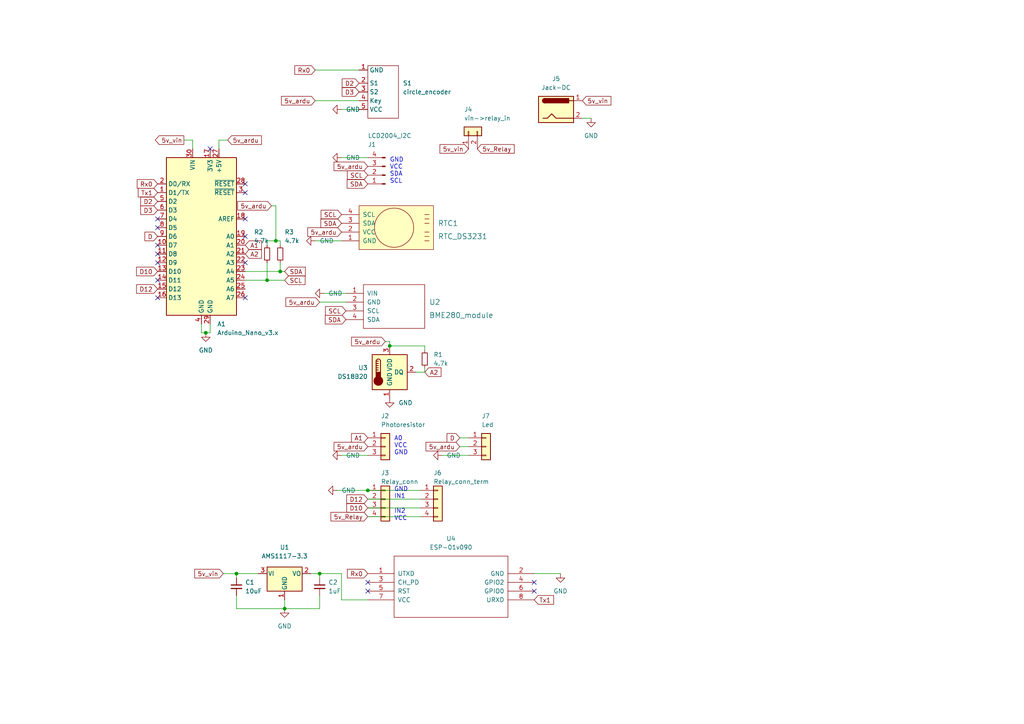
<source format=kicad_sch>
(kicad_sch (version 20211123) (generator eeschema)
  (paper "A4")
  (lib_symbols
    (symbol "Connector:Conn_01x04_Male" (pin_names (offset 1.016) hide)
      (property "Reference" "J" (at 0 5.08 0))
      (property "Value" "Conn_01x04_Male" (at 0 -7.62 0))
      (symbol "Conn_01x04_Male_1_1"
        (polyline (pts (xy 1.27 -5.08) (xy 0.8636 -5.08)) (stroke (width 0.1524)))
        (polyline (pts (xy 1.27 -2.54) (xy 0.8636 -2.54)) (stroke (width 0.1524)))
        (polyline (pts (xy 1.27 0) (xy 0.8636 0)) (stroke (width 0.1524)))
        (polyline (pts (xy 1.27 2.54) (xy 0.8636 2.54)) (stroke (width 0.1524)))
        (rectangle (start 0.8636 -4.953) (end 0 -5.207) (stroke (width 0.1524)) (fill (type outline)))
        (rectangle (start 0.8636 -2.413) (end 0 -2.667) (stroke (width 0.1524)) (fill (type outline)))
        (rectangle (start 0.8636 0.127) (end 0 -0.127) (stroke (width 0.1524)) (fill (type outline)))
        (rectangle (start 0.8636 2.667) (end 0 2.413) (stroke (width 0.1524)) (fill (type outline)))
        (pin passive line (at 5.08 2.54 180) (length 3.81) (name "Pin_1") (number "1"))
        (pin passive line (at 5.08 0 180) (length 3.81) (name "Pin_2") (number "2"))
        (pin passive line (at 5.08 -2.54 180) (length 3.81) (name "Pin_3") (number "3"))
        (pin passive line (at 5.08 -5.08 180) (length 3.81) (name "Pin_4") (number "4"))
      )
    )
    (symbol "Connector:Jack-DC" (pin_names (offset 1.016))
      (property "Reference" "J" (at 0 5.334 0))
      (property "Value" "Jack-DC" (at 0 -5.08 0))
      (symbol "Jack-DC_0_1"
        (rectangle (start -5.08 3.81) (end 5.08 -3.81) (stroke (width 0.254)) (fill (type background)))
        (arc (start -3.302 3.175) (mid -3.937 2.54) (end -3.302 1.905) (stroke (width 0.254)))
        (arc (start -3.302 3.175) (mid -3.937 2.54) (end -3.302 1.905) (stroke (width 0.254)) (fill (type outline)))
        (polyline (pts (xy 5.08 2.54) (xy 3.81 2.54)) (stroke (width 0.254)))
        (polyline (pts (xy -3.81 -2.54) (xy -2.54 -2.54) (xy -1.27 -1.27) (xy 0 -2.54) (xy 2.54 -2.54) (xy 5.08 -2.54)) (stroke (width 0.254)))
        (rectangle (start 3.683 3.175) (end -3.302 1.905) (stroke (width 0.254)) (fill (type outline)))
      )
      (symbol "Jack-DC_1_1"
        (pin passive line (at 7.62 2.54 180) (length 2.54) (name "~") (number "1"))
        (pin passive line (at 7.62 -2.54 180) (length 2.54) (name "~") (number "2"))
      )
    )
    (symbol "Connector_Generic:Conn_01x02" (pin_names (offset 1.016) hide)
      (property "Reference" "J" (at 0 2.54 0))
      (property "Value" "Conn_01x02" (at 0 -5.08 0))
      (symbol "Conn_01x02_1_1"
        (rectangle (start -1.27 -2.413) (end 0 -2.667) (stroke (width 0.1524)))
        (rectangle (start -1.27 0.127) (end 0 -0.127) (stroke (width 0.1524)))
        (rectangle (start -1.27 1.27) (end 1.27 -3.81) (stroke (width 0.254)) (fill (type background)))
        (pin passive line (at -5.08 0 0) (length 3.81) (name "Pin_1") (number "1"))
        (pin passive line (at -5.08 -2.54 0) (length 3.81) (name "Pin_2") (number "2"))
      )
    )
    (symbol "Connector_Generic:Conn_01x03" (pin_names (offset 1.016) hide)
      (property "Reference" "J" (at 0 5.08 0))
      (property "Value" "Conn_01x03" (at 0 -5.08 0))
      (symbol "Conn_01x03_1_1"
        (rectangle (start -1.27 -2.413) (end 0 -2.667) (stroke (width 0.1524)))
        (rectangle (start -1.27 0.127) (end 0 -0.127) (stroke (width 0.1524)))
        (rectangle (start -1.27 2.667) (end 0 2.413) (stroke (width 0.1524)))
        (rectangle (start -1.27 3.81) (end 1.27 -3.81) (stroke (width 0.254)) (fill (type background)))
        (pin passive line (at -5.08 2.54 0) (length 3.81) (name "Pin_1") (number "1"))
        (pin passive line (at -5.08 0 0) (length 3.81) (name "Pin_2") (number "2"))
        (pin passive line (at -5.08 -2.54 0) (length 3.81) (name "Pin_3") (number "3"))
      )
    )
    (symbol "Connector_Generic:Conn_01x04" (pin_names (offset 1.016) hide)
      (property "Reference" "J" (at 0 5.08 0))
      (property "Value" "Conn_01x04" (at 0 -7.62 0))
      (symbol "Conn_01x04_1_1"
        (rectangle (start -1.27 -4.953) (end 0 -5.207) (stroke (width 0.1524)))
        (rectangle (start -1.27 -2.413) (end 0 -2.667) (stroke (width 0.1524)))
        (rectangle (start -1.27 0.127) (end 0 -0.127) (stroke (width 0.1524)))
        (rectangle (start -1.27 2.667) (end 0 2.413) (stroke (width 0.1524)))
        (rectangle (start -1.27 3.81) (end 1.27 -6.35) (stroke (width 0.254)) (fill (type background)))
        (pin passive line (at -5.08 2.54 0) (length 3.81) (name "Pin_1") (number "1"))
        (pin passive line (at -5.08 0 0) (length 3.81) (name "Pin_2") (number "2"))
        (pin passive line (at -5.08 -2.54 0) (length 3.81) (name "Pin_3") (number "3"))
        (pin passive line (at -5.08 -5.08 0) (length 3.81) (name "Pin_4") (number "4"))
      )
    )
    (symbol "Device:C_Small" (pin_numbers hide) (pin_names (offset 0.254) hide)
      (property "Reference" "C" (at 0.254 1.778 0))
      (property "Value" "C_Small" (at 0.254 -2.032 0))
      (symbol "C_Small_0_1"
        (polyline (pts (xy -1.524 -0.508) (xy 1.524 -0.508)) (stroke (width 0.3302)))
        (polyline (pts (xy -1.524 0.508) (xy 1.524 0.508)) (stroke (width 0.3048)))
      )
      (symbol "C_Small_1_1"
        (pin passive line (at 0 2.54 270) (length 2.032) (name "~") (number "1"))
        (pin passive line (at 0 -2.54 90) (length 2.032) (name "~") (number "2"))
      )
    )
    (symbol "Device:R_Small" (pin_numbers hide) (pin_names (offset 0.254) hide)
      (property "Reference" "R" (at 0.762 0.508 0))
      (property "Value" "R_Small" (at 0.762 -1.016 0))
      (symbol "R_Small_0_1"
        (rectangle (start -0.762 1.778) (end 0.762 -1.778) (stroke (width 0.2032)))
      )
      (symbol "R_Small_1_1"
        (pin passive line (at 0 2.54 270) (length 0.762) (name "~") (number "1"))
        (pin passive line (at 0 -2.54 90) (length 0.762) (name "~") (number "2"))
      )
    )
    (symbol "ESP8266:ESP-01v090" (pin_names (offset 1.016))
      (property "Reference" "U" (at 0 -2.54 0))
      (property "Value" "ESP-01v090" (at 0 2.54 0))
      (symbol "ESP-01v090_1_0"
        (rectangle (start -16.51 -8.89) (end 16.51 8.89))
      )
      (symbol "ESP-01v090_1_1"
        (pin output line (at -24.13 3.81 0) (length 7.62) (name "UTXD") (number "1"))
        (pin power_in line (at 24.13 3.81 180) (length 7.62) (name "GND") (number "2"))
        (pin input line (at -24.13 1.27 0) (length 7.62) (name "CH_PD") (number "3"))
        (pin tri_state line (at 24.13 1.27 180) (length 7.62) (name "GPIO2") (number "4"))
        (pin input line (at -24.13 -1.27 0) (length 7.62) (name "RST") (number "5"))
        (pin tri_state line (at 24.13 -1.27 180) (length 7.62) (name "GPIO0") (number "6"))
        (pin power_in line (at -24.13 -3.81 0) (length 7.62) (name "VCC") (number "7"))
        (pin input line (at 24.13 -3.81 180) (length 7.62) (name "URXD") (number "8"))
      )
    )
    (symbol "MCU_Module:Arduino_Nano_v3.x"
      (property "Reference" "A" (at -10.16 23.495 0))
      (property "Value" "Arduino_Nano_v3.x" (at 5.08 -24.13 0))
      (symbol "Arduino_Nano_v3.x_0_1"
        (rectangle (start -10.16 22.86) (end 10.16 -22.86) (stroke (width 0.254)) (fill (type background)))
      )
      (symbol "Arduino_Nano_v3.x_1_1"
        (pin bidirectional line (at -12.7 12.7 0) (length 2.54) (name "D1/TX") (number "1"))
        (pin bidirectional line (at -12.7 -2.54 0) (length 2.54) (name "D7") (number "10"))
        (pin bidirectional line (at -12.7 -5.08 0) (length 2.54) (name "D8") (number "11"))
        (pin bidirectional line (at -12.7 -7.62 0) (length 2.54) (name "D9") (number "12"))
        (pin bidirectional line (at -12.7 -10.16 0) (length 2.54) (name "D10") (number "13"))
        (pin bidirectional line (at -12.7 -12.7 0) (length 2.54) (name "D11") (number "14"))
        (pin bidirectional line (at -12.7 -15.24 0) (length 2.54) (name "D12") (number "15"))
        (pin bidirectional line (at -12.7 -17.78 0) (length 2.54) (name "D13") (number "16"))
        (pin power_out line (at 2.54 25.4 270) (length 2.54) (name "3V3") (number "17"))
        (pin input line (at 12.7 5.08 180) (length 2.54) (name "AREF") (number "18"))
        (pin bidirectional line (at 12.7 0 180) (length 2.54) (name "A0") (number "19"))
        (pin bidirectional line (at -12.7 15.24 0) (length 2.54) (name "D0/RX") (number "2"))
        (pin bidirectional line (at 12.7 -2.54 180) (length 2.54) (name "A1") (number "20"))
        (pin bidirectional line (at 12.7 -5.08 180) (length 2.54) (name "A2") (number "21"))
        (pin bidirectional line (at 12.7 -7.62 180) (length 2.54) (name "A3") (number "22"))
        (pin bidirectional line (at 12.7 -10.16 180) (length 2.54) (name "A4") (number "23"))
        (pin bidirectional line (at 12.7 -12.7 180) (length 2.54) (name "A5") (number "24"))
        (pin bidirectional line (at 12.7 -15.24 180) (length 2.54) (name "A6") (number "25"))
        (pin bidirectional line (at 12.7 -17.78 180) (length 2.54) (name "A7") (number "26"))
        (pin power_out line (at 5.08 25.4 270) (length 2.54) (name "+5V") (number "27"))
        (pin input line (at 12.7 15.24 180) (length 2.54) (name "~{RESET}") (number "28"))
        (pin power_in line (at 2.54 -25.4 90) (length 2.54) (name "GND") (number "29"))
        (pin input line (at 12.7 12.7 180) (length 2.54) (name "~{RESET}") (number "3"))
        (pin power_in line (at -2.54 25.4 270) (length 2.54) (name "VIN") (number "30"))
        (pin power_in line (at 0 -25.4 90) (length 2.54) (name "GND") (number "4"))
        (pin bidirectional line (at -12.7 10.16 0) (length 2.54) (name "D2") (number "5"))
        (pin bidirectional line (at -12.7 7.62 0) (length 2.54) (name "D3") (number "6"))
        (pin bidirectional line (at -12.7 5.08 0) (length 2.54) (name "D4") (number "7"))
        (pin bidirectional line (at -12.7 2.54 0) (length 2.54) (name "D5") (number "8"))
        (pin bidirectional line (at -12.7 0 0) (length 2.54) (name "D6") (number "9"))
      )
    )
    (symbol "Regulator_Linear:AMS1117-3.3" (pin_names (offset 0.254))
      (property "Reference" "U" (at -3.81 3.175 0))
      (property "Value" "AMS1117-3.3" (at 0 3.175 0))
      (symbol "AMS1117-3.3_0_1"
        (rectangle (start -5.08 -5.08) (end 5.08 1.905) (stroke (width 0.254)) (fill (type background)))
      )
      (symbol "AMS1117-3.3_1_1"
        (pin power_in line (at 0 -7.62 90) (length 2.54) (name "GND") (number "1"))
        (pin power_out line (at 7.62 0 180) (length 2.54) (name "VO") (number "2"))
        (pin power_in line (at -7.62 0 0) (length 2.54) (name "VI") (number "3"))
      )
    )
    (symbol "Sensor_Temperature:DS18B20" (pin_names (offset 1.016))
      (property "Reference" "U" (at -3.81 6.35 0))
      (property "Value" "DS18B20" (at 6.35 6.35 0))
      (symbol "DS18B20_0_1"
        (rectangle (start -5.08 5.08) (end 5.08 -5.08) (stroke (width 0.254)) (fill (type background)))
        (circle (center -3.302 -2.54) (radius 1.27) (stroke (width 0.254)) (fill (type outline)))
        (rectangle (start -2.667 -1.905) (end -3.937 0) (stroke (width 0.254)) (fill (type outline)))
        (arc (start -2.667 3.175) (mid -3.302 3.81) (end -3.937 3.175) (stroke (width 0.254)))
        (polyline (pts (xy -3.937 0.635) (xy -3.302 0.635)) (stroke (width 0.254)))
        (polyline (pts (xy -3.937 1.27) (xy -3.302 1.27)) (stroke (width 0.254)))
        (polyline (pts (xy -3.937 1.905) (xy -3.302 1.905)) (stroke (width 0.254)))
        (polyline (pts (xy -3.937 2.54) (xy -3.302 2.54)) (stroke (width 0.254)))
        (polyline (pts (xy -3.937 3.175) (xy -3.937 0)) (stroke (width 0.254)))
        (polyline (pts (xy -3.937 3.175) (xy -3.302 3.175)) (stroke (width 0.254)))
        (polyline (pts (xy -2.667 3.175) (xy -2.667 0)) (stroke (width 0.254)))
      )
      (symbol "DS18B20_1_1"
        (pin power_in line (at 0 -7.62 90) (length 2.54) (name "GND") (number "1"))
        (pin bidirectional line (at 7.62 0 180) (length 2.54) (name "DQ") (number "2"))
        (pin power_in line (at 0 7.62 270) (length 2.54) (name "VDD") (number "3"))
      )
    )
    (symbol "circle_encoder_from_ali:circle_encoder"
      (property "Reference" "S1" (at 6.35 -2.5399 0))
      (property "Value" "circle_encoder" (at 6.35 -5.0799 0))
      (symbol "circle_encoder_0_1"
        (rectangle (start -3.81 2.54) (end 5.08 -12.7))
      )
      (symbol "circle_encoder_1_1"
        (pin input line (at -6.35 1.27 0) (length 2.54) (name "GND") (number "1"))
        (pin input line (at -6.35 -2.54 0) (length 2.54) (name "S1") (number "2"))
        (pin input line (at -6.35 -5.08 0) (length 2.54) (name "S2") (number "3"))
        (pin input line (at -6.35 -7.62 0) (length 2.54) (name "Key") (number "4"))
        (pin input line (at -6.35 -10.16 0) (length 2.54) (name "VCC") (number "5"))
      )
    )
    (symbol "megasaturnv_custom_components:BME280_module" (pin_names (offset 1.016))
      (property "Reference" "U" (at 0 -10.16 0))
      (property "Value" "BME280_module" (at 0 7.62 0))
      (symbol "BME280_module_0_1"
        (rectangle (start -7.62 5.08) (end 10.16 -7.62))
      )
      (symbol "BME280_module_1_1"
        (pin power_in line (at -12.7 2.54 0) (length 5.08) (name "VIN") (number "1"))
        (pin power_out line (at -12.7 0 0) (length 5.08) (name "GND") (number "2"))
        (pin input line (at -12.7 -2.54 0) (length 5.08) (name "SCL") (number "3"))
        (pin input line (at -12.7 -5.08 0) (length 5.08) (name "SDA") (number "4"))
      )
    )
    (symbol "megasaturnv_custom_components:RTC_DS3231" (pin_names (offset 1.016))
      (property "Reference" "RTC" (at 0 -6.35 0))
      (property "Value" "RTC_DS3231" (at 0 8.89 0))
      (symbol "RTC_DS3231_0_1"
        (rectangle (start -11.43 7.62) (end 10.16 -5.08) (fill (type background)))
        (polyline (pts (xy -10.16 -2.54) (xy -8.89 -2.54)))
        (polyline (pts (xy -10.16 -1.27) (xy -8.89 -1.27)))
        (polyline (pts (xy -10.16 0) (xy -8.89 0)))
        (polyline (pts (xy -10.16 2.54) (xy -8.89 2.54)))
        (polyline (pts (xy -10.16 3.81) (xy -8.89 3.81)))
        (polyline (pts (xy -10.16 5.08) (xy -8.89 5.08)))
        (circle (center 0 1.27) (radius 5.6896))
      )
      (symbol "RTC_DS3231_1_1"
        (pin power_in line (at 15.24 5.08 180) (length 5.08) (name "GND") (number "1"))
        (pin power_in line (at 15.24 2.54 180) (length 5.08) (name "VCC") (number "2"))
        (pin bidirectional line (at 15.24 0 180) (length 5.08) (name "SDA") (number "3"))
        (pin input line (at 15.24 -2.54 180) (length 5.08) (name "SCL") (number "4"))
      )
    )
    (symbol "power:GND" (power) (pin_names (offset 0))
      (property "Value" "GND" (at 0 -3.81 0))
      (symbol "GND_0_1"
        (polyline (pts (xy 0 0) (xy 0 -1.27) (xy 1.27 -1.27) (xy 0 -2.54) (xy -1.27 -1.27) (xy 0 -1.27)))
      )
      (symbol "GND_1_1"
        (pin power_in line (at 0 0 270) (length 0) hide (name "GND") (number "1"))
      )
    )
  )
  (junction (at 80.01 69.85))
  (junction (at 81.28 78.74))
  (junction (at 77.47 81.28))
  (junction (at 113.03 100.33))
  (junction (at 59.69 96.52))
  (junction (at 68.58 166.37))
  (junction (at 106.68 142.24))
  (junction (at 82.55 176.53))
  (junction (at 92.71 166.37))
  (no_connect (at 154.94 168.91))
  (no_connect (at 154.94 171.45))
  (no_connect (at 106.68 168.91))
  (no_connect (at 106.68 171.45))
  (no_connect (at 60.96 43.18))
  (no_connect (at 71.12 53.34))
  (no_connect (at 71.12 55.88))
  (no_connect (at 71.12 63.5))
  (no_connect (at 71.12 68.58))
  (no_connect (at 71.12 76.2))
  (no_connect (at 71.12 86.36))
  (no_connect (at 45.72 86.36))
  (no_connect (at 45.72 66.04))
  (no_connect (at 45.72 63.5))
  (no_connect (at 45.72 81.28))
  (no_connect (at 45.72 76.2))
  (no_connect (at 45.72 73.66))
  (no_connect (at 45.72 71.12))
  (wire (pts (xy 80.01 69.85) (xy 81.28 69.85)))
  (wire (pts (xy 81.28 78.74) (xy 71.12 78.74)))
  (wire (pts (xy 91.44 29.21) (xy 104.14 29.21)))
  (wire (pts (xy 92.71 87.63) (xy 100.33 87.63)))
  (wire (pts (xy 64.77 166.37) (xy 68.58 166.37)))
  (wire (pts (xy 123.19 106.68) (xy 123.19 107.95)))
  (wire (pts (xy 99.06 173.99) (xy 99.06 166.37)))
  (wire (pts (xy 99.06 31.75) (xy 104.14 31.75)))
  (wire (pts (xy 82.55 78.74) (xy 81.28 78.74)))
  (wire (pts (xy 82.55 176.53) (xy 92.71 176.53)))
  (wire (pts (xy 66.04 40.64) (xy 63.5 40.64)))
  (wire (pts (xy 106.68 149.86) (xy 121.92 149.86)))
  (wire (pts (xy 59.69 96.52) (xy 58.42 96.52)))
  (wire (pts (xy 68.58 176.53) (xy 82.55 176.53)))
  (wire (pts (xy 113.03 99.06) (xy 113.03 100.33)))
  (wire (pts (xy 77.47 71.12) (xy 77.47 69.85)))
  (wire (pts (xy 77.47 69.85) (xy 80.01 69.85)))
  (wire (pts (xy 55.88 40.64) (xy 55.88 43.18)))
  (wire (pts (xy 74.93 166.37) (xy 68.58 166.37)))
  (wire (pts (xy 63.5 40.64) (xy 63.5 43.18)))
  (wire (pts (xy 81.28 76.2) (xy 81.28 78.74)))
  (wire (pts (xy 123.19 107.95) (xy 120.65 107.95)))
  (wire (pts (xy 111.76 99.06) (xy 113.03 99.06)))
  (wire (pts (xy 81.28 69.85) (xy 81.28 71.12)))
  (wire (pts (xy 97.79 142.24) (xy 106.68 142.24)))
  (wire (pts (xy 77.47 76.2) (xy 77.47 81.28)))
  (wire (pts (xy 106.68 142.24) (xy 121.92 142.24)))
  (wire (pts (xy 91.44 69.85) (xy 99.06 69.85)))
  (wire (pts (xy 99.06 132.08) (xy 106.68 132.08)))
  (wire (pts (xy 60.96 96.52) (xy 59.69 96.52)))
  (wire (pts (xy 92.71 166.37) (xy 90.17 166.37)))
  (wire (pts (xy 133.35 127) (xy 135.89 127)))
  (wire (pts (xy 91.44 20.32) (xy 104.14 20.32)))
  (wire (pts (xy 133.35 129.54) (xy 135.89 129.54)))
  (wire (pts (xy 106.68 144.78) (xy 121.92 144.78)))
  (wire (pts (xy 106.68 147.32) (xy 121.92 147.32)))
  (wire (pts (xy 78.74 59.69) (xy 80.01 59.69)))
  (wire (pts (xy 68.58 166.37) (xy 68.58 167.64)))
  (wire (pts (xy 99.06 166.37) (xy 92.71 166.37)))
  (wire (pts (xy 82.55 81.28) (xy 77.47 81.28)))
  (wire (pts (xy 113.03 100.33) (xy 123.19 100.33)))
  (wire (pts (xy 68.58 172.72) (xy 68.58 176.53)))
  (wire (pts (xy 80.01 59.69) (xy 80.01 69.85)))
  (wire (pts (xy 168.91 34.29) (xy 171.45 34.29)))
  (wire (pts (xy 82.55 176.53) (xy 82.55 173.99)))
  (wire (pts (xy 123.19 100.33) (xy 123.19 101.6)))
  (wire (pts (xy 58.42 93.98) (xy 58.42 96.52)))
  (wire (pts (xy 92.71 172.72) (xy 92.71 176.53)))
  (wire (pts (xy 128.27 132.08) (xy 135.89 132.08)))
  (wire (pts (xy 99.06 45.72) (xy 106.68 45.72)))
  (wire (pts (xy 53.34 40.64) (xy 55.88 40.64)))
  (wire (pts (xy 77.47 81.28) (xy 71.12 81.28)))
  (wire (pts (xy 106.68 173.99) (xy 99.06 173.99)))
  (wire (pts (xy 93.98 85.09) (xy 100.33 85.09)))
  (wire (pts (xy 60.96 93.98) (xy 60.96 96.52)))
  (wire (pts (xy 154.94 166.37) (xy 162.56 166.37)))
  (wire (pts (xy 92.71 167.64) (xy 92.71 166.37)))
  (text "GND\nIN1" (at 114.3 144.78 0) (effects (font (size 1.27 1.27)) (justify left bottom)))
  (text "IN2\nVCC" (at 114.3 151.13 0) (effects (font (size 1.27 1.27)) (justify left bottom)))
  (text "A0\nVCC\nGND\n" (at 114.3 132.08 0) (effects (font (size 1.27 1.27)) (justify left bottom)))
  (text "GND\nVCC\nSDA\nSCL" (at 113.03 53.34 0) (effects (font (size 1.27 1.27)) (justify left bottom)))
  (global_label "Rx0" (shape input) (at 45.72 53.34 180) (property "Intersheet References" "${INTERSHEET_REFS}" (effects hide)))
  (global_label "5v_ardu" (shape input) (at 106.68 48.26 180) (property "Intersheet References" "${INTERSHEET_REFS}" (effects hide)))
  (global_label "D" (shape input) (at 45.72 68.58 180) (property "Intersheet References" "${INTERSHEET_REFS}" (effects hide)))
  (global_label "5v_ardu" (shape input) (at 66.04 40.64 0) (property "Intersheet References" "${INTERSHEET_REFS}" (effects hide)))
  (global_label "D2" (shape input) (at 104.14 24.13 180) (property "Intersheet References" "${INTERSHEET_REFS}" (effects hide)))
  (global_label "SDA" (shape input) (at 106.68 53.34 180) (property "Intersheet References" "${INTERSHEET_REFS}" (effects hide)))
  (global_label "D3" (shape input) (at 104.14 26.67 180) (property "Intersheet References" "${INTERSHEET_REFS}" (effects hide)))
  (global_label "SCL" (shape input) (at 99.06 62.23 180) (property "Intersheet References" "${INTERSHEET_REFS}" (effects hide)))
  (global_label "A1" (shape input) (at 71.12 71.12 0) (property "Intersheet References" "${INTERSHEET_REFS}" (effects hide)))
  (global_label "D2" (shape input) (at 45.72 58.42 180) (property "Intersheet References" "${INTERSHEET_REFS}" (effects hide)))
  (global_label "5v_ardu" (shape input) (at 111.76 99.06 180) (property "Intersheet References" "${INTERSHEET_REFS}" (effects hide)))
  (global_label "SCL" (shape input) (at 82.55 81.28 0) (property "Intersheet References" "${INTERSHEET_REFS}" (effects hide)))
  (global_label "A2" (shape input) (at 123.19 107.95 0) (property "Intersheet References" "${INTERSHEET_REFS}" (effects hide)))
  (global_label "D10" (shape input) (at 106.68 147.32 180) (property "Intersheet References" "${INTERSHEET_REFS}" (effects hide)))
  (global_label "A1" (shape input) (at 106.68 127 180) (property "Intersheet References" "${INTERSHEET_REFS}" (effects hide)))
  (global_label "SDA" (shape input) (at 82.55 78.74 0) (property "Intersheet References" "${INTERSHEET_REFS}" (effects hide)))
  (global_label "5v_ardu" (shape input) (at 99.06 67.31 180) (property "Intersheet References" "${INTERSHEET_REFS}" (effects hide)))
  (global_label "SCL" (shape input) (at 100.33 90.17 180) (property "Intersheet References" "${INTERSHEET_REFS}" (effects hide)))
  (global_label "D12" (shape input) (at 106.68 144.78 180) (property "Intersheet References" "${INTERSHEET_REFS}" (effects hide)))
  (global_label "5v_vin" (shape input) (at 135.89 43.18 180) (property "Intersheet References" "${INTERSHEET_REFS}" (effects hide)))
  (global_label "5v_ardu" (shape input) (at 133.35 129.54 180) (property "Intersheet References" "${INTERSHEET_REFS}" (effects hide)))
  (global_label "SDA" (shape input) (at 100.33 92.71 180) (property "Intersheet References" "${INTERSHEET_REFS}" (effects hide)))
  (global_label "SDA" (shape input) (at 99.06 64.77 180) (property "Intersheet References" "${INTERSHEET_REFS}" (effects hide)))
  (global_label "5v_Relay" (shape input) (at 106.68 149.86 180) (property "Intersheet References" "${INTERSHEET_REFS}" (effects hide)))
  (global_label "D12" (shape input) (at 45.72 83.82 180) (property "Intersheet References" "${INTERSHEET_REFS}" (effects hide)))
  (global_label "Rx0" (shape input) (at 91.44 20.32 180) (property "Intersheet References" "${INTERSHEET_REFS}" (effects hide)))
  (global_label "5v_ardu" (shape input) (at 92.71 87.63 180) (property "Intersheet References" "${INTERSHEET_REFS}" (effects hide)))
  (global_label "5v_vin" (shape input) (at 64.77 166.37 180) (property "Intersheet References" "${INTERSHEET_REFS}" (effects hide)))
  (global_label "D10" (shape input) (at 45.72 78.74 180) (property "Intersheet References" "${INTERSHEET_REFS}" (effects hide)))
  (global_label "5v_Relay" (shape input) (at 138.43 43.18 0) (property "Intersheet References" "${INTERSHEET_REFS}" (effects hide)))
  (global_label "SCL" (shape input) (at 106.68 50.8 180) (property "Intersheet References" "${INTERSHEET_REFS}" (effects hide)))
  (global_label "D" (shape input) (at 133.35 127 180) (property "Intersheet References" "${INTERSHEET_REFS}" (effects hide)))
  (global_label "5v_vin" (shape input) (at 168.91 29.21 0) (property "Intersheet References" "${INTERSHEET_REFS}" (effects hide)))
  (global_label "Tx1" (shape input) (at 154.94 173.99 0) (property "Intersheet References" "${INTERSHEET_REFS}" (effects hide)))
  (global_label "Tx1" (shape input) (at 45.72 55.88 180) (property "Intersheet References" "${INTERSHEET_REFS}" (effects hide)))
  (global_label "5v_vin" (shape output) (at 53.34 40.64 180) (property "Intersheet References" "${INTERSHEET_REFS}" (effects hide)))
  (global_label "D3" (shape input) (at 45.72 60.96 180) (property "Intersheet References" "${INTERSHEET_REFS}" (effects hide)))
  (global_label "A2" (shape input) (at 71.12 73.66 0) (property "Intersheet References" "${INTERSHEET_REFS}" (effects hide)))
  (global_label "Rx0" (shape input) (at 106.68 166.37 180) (property "Intersheet References" "${INTERSHEET_REFS}" (effects hide)))
  (global_label "5v_ardu" (shape input) (at 106.68 129.54 180) (property "Intersheet References" "${INTERSHEET_REFS}" (effects hide)))
  (global_label "5v_ardu" (shape input) (at 78.74 59.69 180) (property "Intersheet References" "${INTERSHEET_REFS}" (effects hide)))
  (global_label "5v_ardu" (shape input) (at 91.44 29.21 180) (property "Intersheet References" "${INTERSHEET_REFS}" (effects hide)))
  (symbol (lib_id "Device:R_Small") (at 123.19 104.14 0) (unit 1)
    (property "Reference" "R1" (at 125.73 102.8699 0) (effects (justify left)))
    (property "Value" "4.7k" (at 125.73 105.4099 0) (effects (justify left)))
    (property "Footprint" "Resistor_SMD:R_0805_2012Metric_Pad1.20x1.40mm_HandSolder" (effects hide))
  )
  (symbol (lib_id "ESP8266:ESP-01v090") (at 130.81 170.18 0) (unit 1)
    (property "Reference" "U4" (at 130.81 156.21 0))
    (property "Value" "ESP-01v090" (at 130.81 158.75 0))
    (property "Footprint" "ESP8266:ESP-01" (effects hide))
    (property "Datasheet" "http://l0l.org.uk/2014/12/esp8266-modules-hardware-guide-gotta-catch-em-all/" (effects hide))
  )
  (symbol (lib_id "megasaturnv_custom_components:RTC_DS3231") (at 114.3 64.77 180) (unit 1)
    (property "Reference" "RTC1" (at 127 64.77 0) (effects (font (size 1.524 1.524)) (justify right)))
    (property "Value" "RTC_DS3231" (at 127 68.58 0) (effects (font (size 1.524 1.524)) (justify right)))
    (property "Footprint" "megasaturnv_custom_components:RTC_DS3231" (effects hide))
  )
  (symbol (lib_id "power:GND") (at 99.06 31.75 270) (unit 1)
    (property "Reference" "#PWR?" (effects hide))
    (property "Value" "GND" (at 100.33 31.7499 90) (effects (justify left)))
  )
  (symbol (lib_id "Regulator_Linear:AMS1117-3.3") (at 82.55 166.37 0) (unit 1)
    (property "Reference" "U1" (at 82.55 158.75 0))
    (property "Value" "AMS1117-3.3" (at 82.55 161.29 0))
    (property "Footprint" "Package_TO_SOT_SMD:SOT-223-3_TabPin2" (effects hide))
    (property "Datasheet" "http://www.advanced-monolithic.com/pdf/ds1117.pdf" (effects hide))
  )
  (symbol (lib_id "power:GND") (at 171.45 34.29 0) (unit 1)
    (property "Reference" "#PWR011" (effects hide))
    (property "Value" "GND" (at 171.45 39.37 0))
  )
  (symbol (lib_id "power:GND") (at 128.27 132.08 270) (unit 1)
    (property "Reference" "#PWR0101" (effects hide))
    (property "Value" "GND" (at 129.54 132.0799 90) (effects (justify left)))
  )
  (symbol (lib_id "power:GND") (at 99.06 132.08 270) (unit 1)
    (property "Reference" "#PWR08" (effects hide))
    (property "Value" "GND" (at 100.33 132.0799 90) (effects (justify left)))
  )
  (symbol (lib_id "Connector_Generic:Conn_01x04") (at 111.76 144.78 0) (unit 1)
    (property "Reference" "J3" (at 110.49 137.16 0) (effects (justify left)))
    (property "Value" "Relay_conn" (at 110.49 139.7 0) (effects (justify left)))
    (property "Footprint" "Connector_PinHeader_2.54mm:PinHeader_1x04_P2.54mm_Vertical" (effects hide))
  )
  (symbol (lib_id "Sensor_Temperature:DS18B20") (at 113.03 107.95 0) (unit 1)
    (property "Reference" "U3" (at 106.68 106.6799 0) (effects (justify right)))
    (property "Value" "DS18B20" (at 106.68 109.2199 0) (effects (justify right)))
    (property "Footprint" "TerminalBlock_Philmore:TerminalBlock_Philmore_TB133_1x03_P5.00mm_Horizontal" (effects hide))
    (property "Datasheet" "http://datasheets.maximintegrated.com/en/ds/DS18B20.pdf" (effects hide))
  )
  (symbol (lib_id "power:GND") (at 59.69 96.52 0) (unit 1)
    (property "Reference" "#PWR01" (effects hide))
    (property "Value" "GND" (at 59.69 101.6 0))
  )
  (symbol (lib_id "power:GND") (at 82.55 176.53 0) (unit 1)
    (property "Reference" "#PWR02" (effects hide))
    (property "Value" "GND" (at 82.55 181.61 0))
  )
  (symbol (lib_id "Connector:Jack-DC") (at 161.29 31.75 0) (unit 1)
    (property "Reference" "J5" (at 161.29 22.86 0))
    (property "Value" "Jack-DC" (at 161.29 25.4 0))
    (property "Footprint" "Connector_BarrelJack:BarrelJack_Horizontal" (effects hide))
  )
  (symbol (lib_id "Device:C_Small") (at 92.71 170.18 0) (unit 1)
    (property "Reference" "C2" (at 95.25 168.9162 0) (effects (justify left)))
    (property "Value" "1uF" (at 95.25 171.4562 0) (effects (justify left)))
    (property "Footprint" "Capacitor_SMD:C_0603_1608Metric_Pad1.08x0.95mm_HandSolder" (effects hide))
  )
  (symbol (lib_id "Connector:Conn_01x04_Male") (at 111.76 50.8 180) (unit 1)
    (property "Reference" "J1" (at 106.68 41.91 0) (effects (justify right)))
    (property "Value" "LCD2004_I2C" (at 106.68 39.37 0) (effects (justify right)))
    (property "Footprint" "Connector_PinHeader_2.54mm:PinHeader_2x02_P2.54mm_Vertical" (effects hide))
  )
  (symbol (lib_id "Device:R_Small") (at 81.28 73.66 0) (unit 1)
    (property "Reference" "R3" (at 82.55 67.31 0) (effects (justify left)))
    (property "Value" "4.7k" (at 82.55 69.85 0) (effects (justify left)))
    (property "Footprint" "Resistor_SMD:R_0805_2012Metric_Pad1.20x1.40mm_HandSolder" (effects hide))
  )
  (symbol (lib_id "power:GND") (at 113.03 115.57 0) (unit 1)
    (property "Reference" "#PWR09" (effects hide))
    (property "Value" "GND" (at 115.57 116.8399 0) (effects (justify left)))
  )
  (symbol (lib_id "circle_encoder_from_ali:circle_encoder") (at 110.49 21.59 0) (unit 1)
    (property "Reference" "S1" (at 116.84 24.1299 0) (effects (justify left)))
    (property "Value" "circle_encoder" (at 116.84 26.6699 0) (effects (justify left)))
    (property "Footprint" "Connector_PinSocket_2.54mm:PinSocket_1x05_P2.54mm_Vertical" (effects hide))
  )
  (symbol (lib_id "power:GND") (at 99.06 45.72 270) (unit 1)
    (property "Reference" "#PWR07" (effects hide))
    (property "Value" "GND" (at 100.33 45.7199 90) (effects (justify left)))
  )
  (symbol (lib_id "Connector_Generic:Conn_01x02") (at 135.89 38.1 90) (unit 1)
    (property "Reference" "J4" (at 134.62 31.75 90) (effects (justify right)))
    (property "Value" "vin->relay_in" (at 134.62 34.29 90) (effects (justify right)))
    (property "Footprint" "Connector_PinHeader_2.54mm:PinHeader_1x02_P2.54mm_Vertical" (effects hide))
  )
  (symbol (lib_id "Connector_Generic:Conn_01x03") (at 111.76 129.54 0) (unit 1)
    (property "Reference" "J2" (at 110.49 120.65 0) (effects (justify left)))
    (property "Value" "Photoresistor" (at 110.49 123.19 0) (effects (justify left)))
    (property "Footprint" "Connector_PinHeader_2.54mm:PinHeader_1x03_P2.54mm_Vertical" (effects hide))
  )
  (symbol (lib_id "power:GND") (at 91.44 69.85 270) (unit 1)
    (property "Reference" "#PWR04" (effects hide))
    (property "Value" "GND" (at 92.71 69.8499 90) (effects (justify left)))
  )
  (symbol (lib_id "Device:C_Small") (at 68.58 170.18 0) (unit 1)
    (property "Reference" "C1" (at 71.12 168.9162 0) (effects (justify left)))
    (property "Value" "10uF" (at 71.12 171.4562 0) (effects (justify left)))
    (property "Footprint" "Capacitor_SMD:C_0603_1608Metric_Pad1.08x0.95mm_HandSolder" (effects hide))
  )
  (symbol (lib_id "power:GND") (at 93.98 85.09 270) (unit 1)
    (property "Reference" "#PWR?" (effects hide))
    (property "Value" "GND" (at 95.25 85.0899 90) (effects (justify left)))
  )
  (symbol (lib_id "megasaturnv_custom_components:BME280_module") (at 113.03 87.63 0) (unit 1)
    (property "Reference" "U2" (at 124.46 87.63 0) (effects (font (size 1.524 1.524)) (justify left)))
    (property "Value" "BME280_module" (at 124.46 91.44 0) (effects (font (size 1.524 1.524)) (justify left)))
    (property "Footprint" "Connector_PinSocket_2.54mm:PinSocket_2x02_P2.54mm_Vertical" (effects hide))
  )
  (symbol (lib_id "power:GND") (at 97.79 142.24 270) (unit 1)
    (property "Reference" "#PWR06" (effects hide))
    (property "Value" "GND" (at 99.06 142.2399 90) (effects (justify left)))
  )
  (symbol (lib_id "Connector_Generic:Conn_01x03") (at 140.97 129.54 0) (unit 1)
    (property "Reference" "J7" (at 139.7 120.65 0) (effects (justify left)))
    (property "Value" "Led" (at 139.7 123.19 0) (effects (justify left)))
    (property "Footprint" "Connector_PinHeader_2.54mm:PinHeader_1x03_P2.54mm_Vertical" (effects hide))
  )
  (symbol (lib_id "MCU_Module:Arduino_Nano_v3.x") (at 58.42 68.58 0) (unit 1)
    (property "Reference" "A1" (at 62.9794 93.98 0) (effects (justify left)))
    (property "Value" "Arduino_Nano_v3.x" (at 62.9794 96.52 0) (effects (justify left)))
    (property "Footprint" "Module:Arduino_Nano" (effects hide))
    (property "Datasheet" "http://www.mouser.com/pdfdocs/Gravitech_Arduino_Nano3_0.pdf" (effects hide))
  )
  (symbol (lib_id "power:GND") (at 162.56 166.37 0) (unit 1)
    (property "Reference" "#PWR010" (effects hide))
    (property "Value" "GND" (at 162.56 171.45 0))
  )
  (symbol (lib_id "Device:R_Small") (at 77.47 73.66 0) (unit 1)
    (property "Reference" "R2" (at 73.66 67.31 0) (effects (justify left)))
    (property "Value" "4.7k" (at 73.66 69.85 0) (effects (justify left)))
    (property "Footprint" "Resistor_SMD:R_0805_2012Metric_Pad1.20x1.40mm_HandSolder" (effects hide))
  )
  (symbol (lib_id "Connector_Generic:Conn_01x04") (at 127 144.78 0) (unit 1)
    (property "Reference" "J6" (at 125.73 137.16 0) (effects (justify left)))
    (property "Value" "Relay_conn_term" (at 125.73 139.7 0) (effects (justify left)))
    (property "Footprint" "TerminalBlock:TerminalBlock_bornier-4_P5.08mm" (effects hide))
  )
)
</source>
